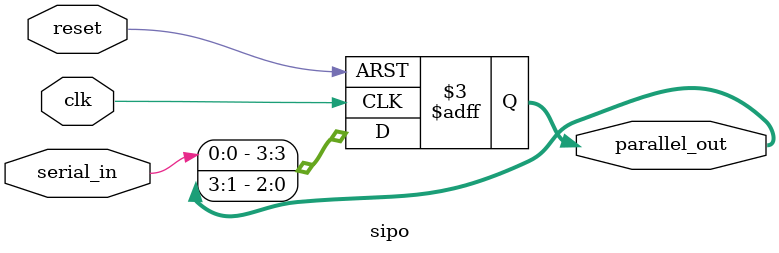
<source format=v>
/*module sipo(din,clock, q, qn); 
	input din, clock; 
	output reg [3:0]q, qn; 
	
	//sipo
	dff d0(din, clock, q[0], qn[0]);
	dff d1(q[0], clock, q[1], qn[1]); 
	dff d2(q[1], clock, q[2], qn[2]); 
	dff d3(q[2], clock, q[3], qn[3]); 	
endmodule */


/*
module sipo(input din, clear, clock, output [3:0] q); 
    reg [3:0] temp; 
    always@(posedge clock) 
        begin 
            if(clear)
                temp <= 0; 
            else
                temp <= {din, temp[3:1]};
        end

    assign q = temp; 
endmodule 
*/
module sipo (
    input wire clk,          
    input wire reset,        
    input wire serial_in,    
  //  input wire load,         
    output reg [3:0] parallel_out 
);

    reg [3:0] shift_reg;     
   initial parallel_out = 4'b0;  
    always @(posedge clk or posedge reset) begin
        if (reset) begin
		parallel_out <= 4'b0; 
            //shift_reg <= 4'b0; 
        end else begin
		//parallel_out <= {parallel_out[2:0], serial_in}; 
		parallel_out <= {serial_in, parallel_out[3:1]}; 
            //shift_reg <= {shift_reg[2:0], serial_in}; 
        end
    end
    /*
    always @(posedge clk) begin
        if (load) begin
            parallel_out <= shift_reg; 
        end
    end
	*/
endmodule


</source>
